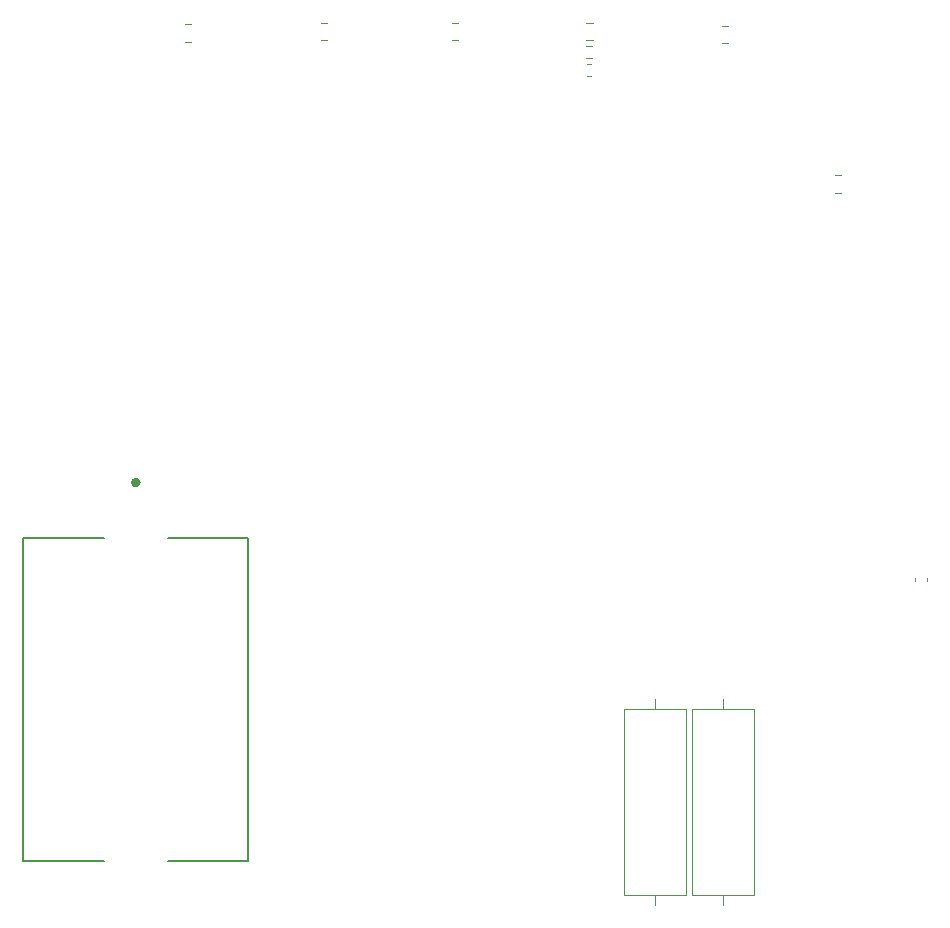
<source format=gbr>
%TF.GenerationSoftware,KiCad,Pcbnew,8.0.8*%
%TF.CreationDate,2025-03-16T16:52:42+08:00*%
%TF.ProjectId,temp_pro,74656d70-5f70-4726-9f2e-6b696361645f,rev?*%
%TF.SameCoordinates,Original*%
%TF.FileFunction,Legend,Bot*%
%TF.FilePolarity,Positive*%
%FSLAX46Y46*%
G04 Gerber Fmt 4.6, Leading zero omitted, Abs format (unit mm)*
G04 Created by KiCad (PCBNEW 8.0.8) date 2025-03-16 16:52:42*
%MOMM*%
%LPD*%
G01*
G04 APERTURE LIST*
%ADD10C,0.120000*%
%ADD11C,0.127000*%
%ADD12C,0.400000*%
G04 APERTURE END LIST*
D10*
%TO.C,C19*%
X169461252Y-58805000D02*
X168938748Y-58805000D01*
X169461252Y-57335000D02*
X168938748Y-57335000D01*
%TO.C,C20*%
X185240000Y-104380580D02*
X185240000Y-104099420D01*
X186260000Y-104380580D02*
X186260000Y-104099420D01*
%TO.C,C1*%
X123931252Y-58685000D02*
X123408748Y-58685000D01*
X123931252Y-57215000D02*
X123408748Y-57215000D01*
%TO.C,R2*%
X166390000Y-115189000D02*
X166390000Y-130929000D01*
X166390000Y-130929000D02*
X171630000Y-130929000D01*
X169010000Y-115189000D02*
X169010000Y-114339000D01*
X169010000Y-130929000D02*
X169010000Y-131779000D01*
X171630000Y-115189000D02*
X166390000Y-115189000D01*
X171630000Y-130929000D02*
X171630000Y-115189000D01*
%TO.C,C16*%
X157790580Y-61580000D02*
X157509420Y-61580000D01*
X157790580Y-60560000D02*
X157509420Y-60560000D01*
%TO.C,C24*%
X146586252Y-58546000D02*
X146063748Y-58546000D01*
X146586252Y-57076000D02*
X146063748Y-57076000D01*
%TO.C,R4*%
X160590000Y-115209000D02*
X160590000Y-130949000D01*
X160590000Y-130949000D02*
X165830000Y-130949000D01*
X163210000Y-115209000D02*
X163210000Y-114359000D01*
X163210000Y-130949000D02*
X163210000Y-131799000D01*
X165830000Y-115209000D02*
X160590000Y-115209000D01*
X165830000Y-130949000D02*
X165830000Y-115209000D01*
%TO.C,C23*%
X135486252Y-58546000D02*
X134963748Y-58546000D01*
X135486252Y-57076000D02*
X134963748Y-57076000D01*
%TO.C,C15*%
X157961252Y-58555000D02*
X157438748Y-58555000D01*
X157961252Y-57085000D02*
X157438748Y-57085000D01*
%TO.C,R9*%
X157412742Y-60092500D02*
X157887258Y-60092500D01*
X157412742Y-59047500D02*
X157887258Y-59047500D01*
%TO.C,C25*%
X178468748Y-69991000D02*
X178991252Y-69991000D01*
X178468748Y-71461000D02*
X178991252Y-71461000D01*
D11*
%TO.C,BT2*%
X109765000Y-100745000D02*
X116570000Y-100745000D01*
X109765000Y-128045000D02*
X109765000Y-100745000D01*
X116570000Y-128045000D02*
X109765000Y-128045000D01*
X122010000Y-100745000D02*
X128815000Y-100745000D01*
X128815000Y-100745000D02*
X128815000Y-128045000D01*
X128815000Y-128045000D02*
X122010000Y-128045000D01*
D12*
X119490000Y-96020000D02*
G75*
G02*
X119090000Y-96020000I-200000J0D01*
G01*
X119090000Y-96020000D02*
G75*
G02*
X119490000Y-96020000I200000J0D01*
G01*
%TD*%
M02*

</source>
